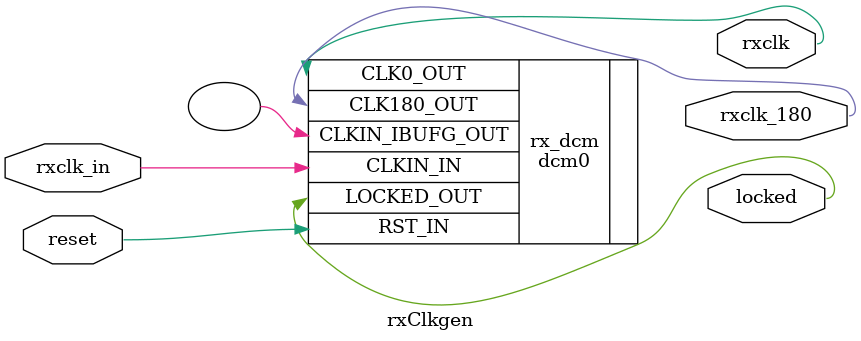
<source format=v>

`include "timescale.v"
`include "xgiga_define.v"

module rxClkgen(rxclk_in, reset, rxclk, rxclk_180, locked);
    input rxclk_in;
    input reset;
    output rxclk;
    output rxclk_180;
    output locked;

    dcm0 rx_dcm(.CLKIN_IN(rxclk_in), 
                .RST_IN(reset), 
                .CLKIN_IBUFG_OUT(), 
                .CLK0_OUT(rxclk), 
                .CLK180_OUT(rxclk_180),	
                .LOCKED_OUT(locked)
               );

endmodule

</source>
